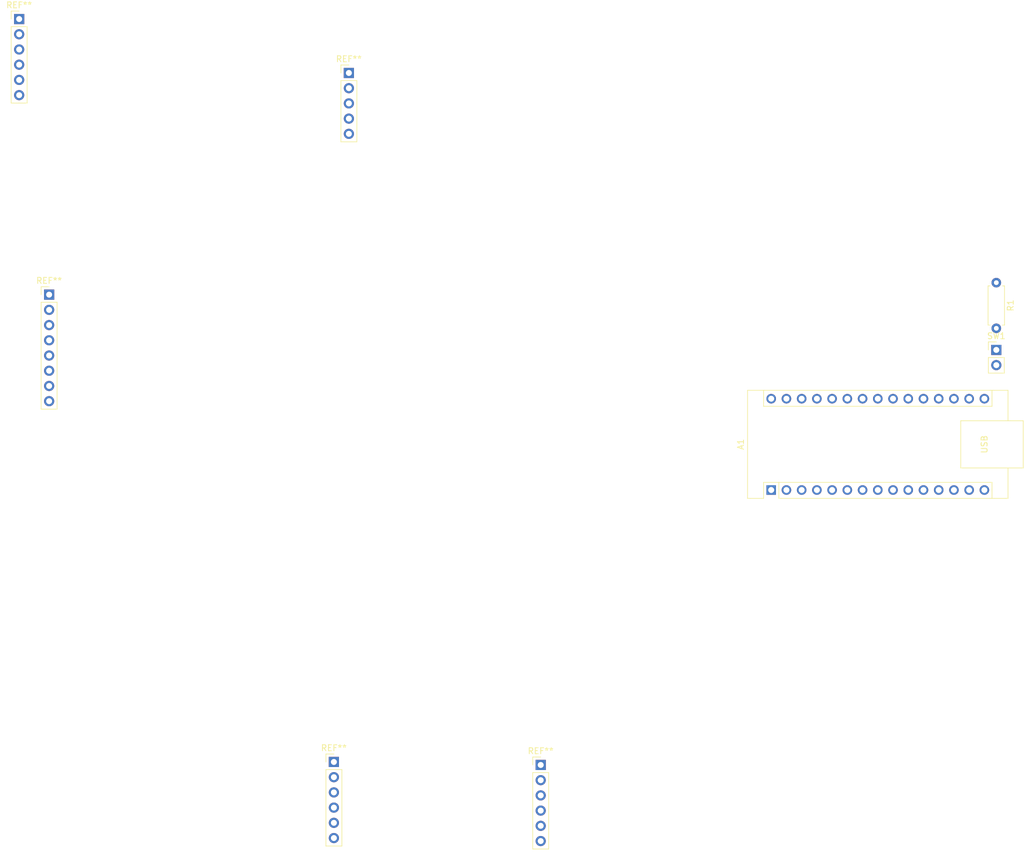
<source format=kicad_pcb>
(kicad_pcb (version 20211014) (generator pcbnew)
  (layers (0 "F.Cu" signal) (31 "B.Cu" signal) (34 "B.Paste" user) (35 "F.Paste" user) (36 "B.SilkS" user "B.Silkscreen") (37 "F.SilkS" user "F.Silkscreen") (38 "B.Mask" user) (39 "F.Mask" user) (44 "Edge.Cuts" user))
  (net 0 "")
  (net 4 "Earth")
  (net 5 "INTERRUPT")
  (net 6 "BUTTON")
  (net 13 "CS")
  (net 14 "MOSI")
  (net 15 "MISO")
  (net 16 "CLK")
  (net 17 "3.3v")
  (net 23 "SDA")
  (net 24 "SCL")
  (net 27 "5v")
  (footprint "Connector_PinHeader_2.54mm:PinHeader_1x06_P2.54mm_Vertical" (layer "F.Cu") (at 66 31)
    (fp_text reference "REF**" (at 0 -2.33) (layer "F.SilkS"))
    (fp_text value "SD Card")
    (fp_line (start -1.33 0) (end -1.33 -1.33) (layer "F.SilkS") (width 0.12))
    (fp_line (start 1.33 1.27) (end 1.33 14.03) (layer "F.SilkS") (width 0.12))
    (fp_line (start -1.33 1.27) (end -1.33 14.03) (layer "F.SilkS") (width 0.12))
    (fp_line (start -1.33 1.27) (end 1.33 1.27) (layer "F.SilkS") (width 0.12))
    (fp_line (start -1.33 14.03) (end 1.33 14.03) (layer "F.SilkS") (width 0.12))
    (fp_line (start -1.33 -1.33) (end 0 -1.33) (layer "F.SilkS") (width 0.12))
    (pad "1" thru_hole rect (at 0 0) (size 1.7 1.7) (drill 1) (layers *.Cu *.Mask))
    (pad "2" thru_hole oval (at 0 2.54) (size 1.7 1.7) (drill 1) (layers *.Cu *.Mask))
    (pad "3" thru_hole oval (at 0 5.08) (size 1.7 1.7) (drill 1) (layers *.Cu *.Mask))
    (pad "4" thru_hole oval (at 0 7.62) (size 1.7 1.7) (drill 1) (layers *.Cu *.Mask))
    (pad "5" thru_hole oval (at 0 10.16) (size 1.7 1.7) (drill 1) (layers *.Cu *.Mask))
    (pad "6" thru_hole oval (at 0 12.7) (size 1.7 1.7) (drill 1) (layers *.Cu *.Mask))
  )
  (footprint "Module:Arduino_Nano" (layer "F.Cu") (at 191.45 109.61 90)
    (fp_text reference "A1" (at 7.62 -5.08 90) (layer "F.SilkS"))
    (fp_text value "Arduino_Nano_v3.x")
    (fp_text user "USB" (at 7.62 35.56 90 unlocked) (layer "F.SilkS"))
    (fp_line (start 16.64 39.5) (end 11.56 39.5) (layer "F.SilkS") (width 0.12))
    (fp_line (start 1.27 1.27) (end 1.27 36.83) (layer "F.SilkS") (width 0.12))
    (fp_line (start -1.4 -3.94) (end -1.4 -1.27) (layer "F.SilkS") (width 0.12))
    (fp_line (start 3.68 42.04) (end 3.68 31.62) (layer "F.SilkS") (width 0.12))
    (fp_line (start 1.27 1.27) (end 1.27 -1.27) (layer "F.SilkS") (width 0.12))
    (fp_line (start 13.97 -1.27) (end 16.64 -1.27) (layer "F.SilkS") (width 0.12))
    (fp_line (start 13.97 -1.27) (end 13.97 36.83) (layer "F.SilkS") (width 0.12))
    (fp_line (start 11.56 31.62) (end 11.56 42.04) (layer "F.SilkS") (width 0.12))
    (fp_line (start 11.56 42.04) (end 3.68 42.04) (layer "F.SilkS") (width 0.12))
    (fp_line (start 1.27 36.83) (end -1.4 36.83) (layer "F.SilkS") (width 0.12))
    (fp_line (start 1.27 -1.27) (end -1.4 -1.27) (layer "F.SilkS") (width 0.12))
    (fp_line (start 1.27 1.27) (end -1.4 1.27) (layer "F.SilkS") (width 0.12))
    (fp_line (start 3.68 31.62) (end 11.56 31.62) (layer "F.SilkS") (width 0.12))
    (fp_line (start -1.4 1.27) (end -1.4 39.5) (layer "F.SilkS") (width 0.12))
    (fp_line (start 16.64 -3.94) (end -1.4 -3.94) (layer "F.SilkS") (width 0.12))
    (fp_line (start 13.97 36.83) (end 16.64 36.83) (layer "F.SilkS") (width 0.12))
    (fp_line (start -1.4 39.5) (end 3.68 39.5) (layer "F.SilkS") (width 0.12))
    (fp_line (start 16.64 39.5) (end 16.64 -3.94) (layer "F.SilkS") (width 0.12))
    (pad "1" thru_hole rect (at 0 0 90) (size 1.6 1.6) (drill 1) (layers *.Cu *.Mask))
    (pad "2" thru_hole oval (at 0 2.54 90) (size 1.6 1.6) (drill 1) (layers *.Cu *.Mask))
    (pad "3" thru_hole oval (at 0 5.08 90) (size 1.6 1.6) (drill 1) (layers *.Cu *.Mask))
    (pad "4" thru_hole oval (at 0 7.62 90) (size 1.6 1.6) (drill 1) (layers *.Cu *.Mask) (net 4 "Earth"))
    (pad "5" thru_hole oval (at 0 10.16 90) (size 1.6 1.6) (drill 1) (layers *.Cu *.Mask) (net 5 "INTERRUPT"))
    (pad "6" thru_hole oval (at 0 12.7 90) (size 1.6 1.6) (drill 1) (layers *.Cu *.Mask) (net 6 "BUTTON"))
    (pad "7" thru_hole oval (at 0 15.24 90) (size 1.6 1.6) (drill 1) (layers *.Cu *.Mask))
    (pad "8" thru_hole oval (at 0 17.78 90) (size 1.6 1.6) (drill 1) (layers *.Cu *.Mask))
    (pad "9" thru_hole oval (at 0 20.32 90) (size 1.6 1.6) (drill 1) (layers *.Cu *.Mask))
    (pad "10" thru_hole oval (at 0 22.86 90) (size 1.6 1.6) (drill 1) (layers *.Cu *.Mask))
    (pad "11" thru_hole oval (at 0 25.4 90) (size 1.6 1.6) (drill 1) (layers *.Cu *.Mask))
    (pad "12" thru_hole oval (at 0 27.94 90) (size 1.6 1.6) (drill 1) (layers *.Cu *.Mask))
    (pad "13" thru_hole oval (at 0 30.48 90) (size 1.6 1.6) (drill 1) (layers *.Cu *.Mask) (net 13 "CS"))
    (pad "14" thru_hole oval (at 0 33.02 90) (size 1.6 1.6) (drill 1) (layers *.Cu *.Mask) (net 14 "MOSI"))
    (pad "15" thru_hole oval (at 0 35.56 90) (size 1.6 1.6) (drill 1) (layers *.Cu *.Mask) (net 15 "MISO"))
    (pad "16" thru_hole oval (at 15.24 35.56 90) (size 1.6 1.6) (drill 1) (layers *.Cu *.Mask) (net 16 "CLK"))
    (pad "17" thru_hole oval (at 15.24 33.02 90) (size 1.6 1.6) (drill 1) (layers *.Cu *.Mask) (net 17 "3.3v"))
    (pad "18" thru_hole oval (at 15.24 30.48 90) (size 1.6 1.6) (drill 1) (layers *.Cu *.Mask))
    (pad "19" thru_hole oval (at 15.24 27.94 90) (size 1.6 1.6) (drill 1) (layers *.Cu *.Mask))
    (pad "20" thru_hole oval (at 15.24 25.4 90) (size 1.6 1.6) (drill 1) (layers *.Cu *.Mask))
    (pad "21" thru_hole oval (at 15.24 22.86 90) (size 1.6 1.6) (drill 1) (layers *.Cu *.Mask))
    (pad "22" thru_hole oval (at 15.24 20.32 90) (size 1.6 1.6) (drill 1) (layers *.Cu *.Mask))
    (pad "23" thru_hole oval (at 15.24 17.78 90) (size 1.6 1.6) (drill 1) (layers *.Cu *.Mask) (net 23 "SDA"))
    (pad "24" thru_hole oval (at 15.24 15.24 90) (size 1.6 1.6) (drill 1) (layers *.Cu *.Mask) (net 24 "SCL"))
    (pad "25" thru_hole oval (at 15.24 12.7 90) (size 1.6 1.6) (drill 1) (layers *.Cu *.Mask))
    (pad "26" thru_hole oval (at 15.24 10.16 90) (size 1.6 1.6) (drill 1) (layers *.Cu *.Mask))
    (pad "27" thru_hole oval (at 15.24 7.62 90) (size 1.6 1.6) (drill 1) (layers *.Cu *.Mask) (net 27 "5v"))
    (pad "28" thru_hole oval (at 15.24 5.08 90) (size 1.6 1.6) (drill 1) (layers *.Cu *.Mask))
    (pad "29" thru_hole oval (at 15.24 2.54 90) (size 1.6 1.6) (drill 1) (layers *.Cu *.Mask) (net 4 "Earth"))
    (pad "30" thru_hole oval (at 15.24 0 90) (size 1.6 1.6) (drill 1) (layers *.Cu *.Mask))
  )
  (footprint "Connector_PinHeader_2.54mm:PinHeader_1x02_P2.54mm_Vertical" (layer "F.Cu") (at 229 86.225)
    (fp_text reference "SW1" (at 0 -2.33) (layer "F.SilkS"))
    (fp_text value "SW_Push")
    (fp_line (start -1.33 1.27) (end 1.33 1.27) (layer "F.SilkS") (width 0.12))
    (fp_line (start -1.33 3.87) (end 1.33 3.87) (layer "F.SilkS") (width 0.12))
    (fp_line (start -1.33 -1.33) (end 0 -1.33) (layer "F.SilkS") (width 0.12))
    (fp_line (start -1.33 0) (end -1.33 -1.33) (layer "F.SilkS") (width 0.12))
    (fp_line (start -1.33 1.27) (end -1.33 3.87) (layer "F.SilkS") (width 0.12))
    (fp_line (start 1.33 1.27) (end 1.33 3.87) (layer "F.SilkS") (width 0.12))
    (pad "1" thru_hole rect (at 0 0) (size 1.7 1.7) (drill 1) (layers *.Cu *.Mask) (net 6 "BUTTON"))
    (pad "2" thru_hole oval (at 0 2.54) (size 1.7 1.7) (drill 1) (layers *.Cu *.Mask) (net 27 "5v"))
  )
  (footprint "Connector_PinHeader_2.54mm:PinHeader_1x08_P2.54mm_Vertical" (layer "F.Cu") (at 71 77)
    (fp_text reference "REF**" (at 0 -2.33) (layer "F.SilkS"))
    (fp_text value "IMU")
    (fp_line (start -1.33 19.11) (end 1.33 19.11) (layer "F.SilkS") (width 0.12))
    (fp_line (start -1.33 0) (end -1.33 -1.33) (layer "F.SilkS") (width 0.12))
    (fp_line (start -1.33 1.27) (end -1.33 19.11) (layer "F.SilkS") (width 0.12))
    (fp_line (start -1.33 -1.33) (end 0 -1.33) (layer "F.SilkS") (width 0.12))
    (fp_line (start -1.33 1.27) (end 1.33 1.27) (layer "F.SilkS") (width 0.12))
    (fp_line (start 1.33 1.27) (end 1.33 19.11) (layer "F.SilkS") (width 0.12))
    (pad "1" thru_hole rect (at 0 0) (size 1.7 1.7) (drill 1) (layers *.Cu *.Mask))
    (pad "2" thru_hole oval (at 0 2.54) (size 1.7 1.7) (drill 1) (layers *.Cu *.Mask))
    (pad "3" thru_hole oval (at 0 5.08) (size 1.7 1.7) (drill 1) (layers *.Cu *.Mask))
    (pad "4" thru_hole oval (at 0 7.62) (size 1.7 1.7) (drill 1) (layers *.Cu *.Mask))
    (pad "5" thru_hole oval (at 0 10.16) (size 1.7 1.7) (drill 1) (layers *.Cu *.Mask))
    (pad "6" thru_hole oval (at 0 12.7) (size 1.7 1.7) (drill 1) (layers *.Cu *.Mask))
    (pad "7" thru_hole oval (at 0 15.24) (size 1.7 1.7) (drill 1) (layers *.Cu *.Mask))
    (pad "8" thru_hole oval (at 0 17.78) (size 1.7 1.7) (drill 1) (layers *.Cu *.Mask))
  )
  (footprint "Connector_PinHeader_2.54mm:PinHeader_1x06_P2.54mm_Vertical" (layer "F.Cu") (at 153 155.5)
    (fp_text reference "REF**" (at 0 -2.33) (layer "F.SilkS"))
    (fp_text value "GPS")
    (fp_line (start -1.33 -1.33) (end 0 -1.33) (layer "F.SilkS") (width 0.12))
    (fp_line (start -1.33 1.27) (end 1.33 1.27) (layer "F.SilkS") (width 0.12))
    (fp_line (start -1.33 0) (end -1.33 -1.33) (layer "F.SilkS") (width 0.12))
    (fp_line (start -1.33 1.27) (end -1.33 14.03) (layer "F.SilkS") (width 0.12))
    (fp_line (start -1.33 14.03) (end 1.33 14.03) (layer "F.SilkS") (width 0.12))
    (fp_line (start 1.33 1.27) (end 1.33 14.03) (layer "F.SilkS") (width 0.12))
    (pad "1" thru_hole rect (at 0 0) (size 1.7 1.7) (drill 1) (layers *.Cu *.Mask))
    (pad "2" thru_hole oval (at 0 2.54) (size 1.7 1.7) (drill 1) (layers *.Cu *.Mask))
    (pad "3" thru_hole oval (at 0 5.08) (size 1.7 1.7) (drill 1) (layers *.Cu *.Mask))
    (pad "4" thru_hole oval (at 0 7.62) (size 1.7 1.7) (drill 1) (layers *.Cu *.Mask))
    (pad "5" thru_hole oval (at 0 10.16) (size 1.7 1.7) (drill 1) (layers *.Cu *.Mask))
    (pad "6" thru_hole oval (at 0 12.7) (size 1.7 1.7) (drill 1) (layers *.Cu *.Mask))
  )
  (footprint "Connector_PinHeader_2.54mm:PinHeader_1x06_P2.54mm_Vertical" (layer "F.Cu") (at 118.5 155)
    (fp_text reference "REF**" (at 0 -2.33) (layer "F.SilkS"))
    (fp_text value "GPS")
    (fp_line (start -1.33 1.27) (end -1.33 14.03) (layer "F.SilkS") (width 0.12))
    (fp_line (start 1.33 1.27) (end 1.33 14.03) (layer "F.SilkS") (width 0.12))
    (fp_line (start -1.33 14.03) (end 1.33 14.03) (layer "F.SilkS") (width 0.12))
    (fp_line (start -1.33 1.27) (end 1.33 1.27) (layer "F.SilkS") (width 0.12))
    (fp_line (start -1.33 0) (end -1.33 -1.33) (layer "F.SilkS") (width 0.12))
    (fp_line (start -1.33 -1.33) (end 0 -1.33) (layer "F.SilkS") (width 0.12))
    (pad "1" thru_hole rect (at 0 0) (size 1.7 1.7) (drill 1) (layers *.Cu *.Mask))
    (pad "2" thru_hole oval (at 0 2.54) (size 1.7 1.7) (drill 1) (layers *.Cu *.Mask))
    (pad "3" thru_hole oval (at 0 5.08) (size 1.7 1.7) (drill 1) (layers *.Cu *.Mask))
    (pad "4" thru_hole oval (at 0 7.62) (size 1.7 1.7) (drill 1) (layers *.Cu *.Mask))
    (pad "5" thru_hole oval (at 0 10.16) (size 1.7 1.7) (drill 1) (layers *.Cu *.Mask))
    (pad "6" thru_hole oval (at 0 12.7) (size 1.7 1.7) (drill 1) (layers *.Cu *.Mask))
  )
  (footprint "Connector_PinHeader_2.54mm:PinHeader_1x05_P2.54mm_Vertical" (layer "F.Cu") (at 121 40)
    (fp_text reference "REF**" (at 0 -2.33) (layer "F.SilkS"))
    (fp_text value "RTC")
    (fp_line (start -1.33 1.27) (end 1.33 1.27) (layer "F.SilkS") (width 0.12))
    (fp_line (start -1.33 0) (end -1.33 -1.33) (layer "F.SilkS") (width 0.12))
    (fp_line (start 1.33 1.27) (end 1.33 11.49) (layer "F.SilkS") (width 0.12))
    (fp_line (start -1.33 11.49) (end 1.33 11.49) (layer "F.SilkS") (width 0.12))
    (fp_line (start -1.33 1.27) (end -1.33 11.49) (layer "F.SilkS") (width 0.12))
    (fp_line (start -1.33 -1.33) (end 0 -1.33) (layer "F.SilkS") (width 0.12))
    (pad "1" thru_hole rect (at 0 0) (size 1.7 1.7) (drill 1) (layers *.Cu *.Mask))
    (pad "2" thru_hole oval (at 0 2.54) (size 1.7 1.7) (drill 1) (layers *.Cu *.Mask))
    (pad "3" thru_hole oval (at 0 5.08) (size 1.7 1.7) (drill 1) (layers *.Cu *.Mask))
    (pad "4" thru_hole oval (at 0 7.62) (size 1.7 1.7) (drill 1) (layers *.Cu *.Mask))
    (pad "5" thru_hole oval (at 0 10.16) (size 1.7 1.7) (drill 1) (layers *.Cu *.Mask))
  )
  (footprint "Resistor_THT:R_Axial_DIN0207_L6.3mm_D2.5mm_P7.62mm_Horizontal" (layer "F.Cu") (at 229 75 -90)
    (fp_text reference "R1" (at 3.81 -2.37 90) (layer "F.SilkS"))
    (fp_text value "R")
    (fp_line (start 0.54 1.37) (end 7.08 1.37) (layer "F.SilkS") (width 0.12))
    (fp_line (start 7.08 1.37) (end 7.08 1.04) (layer "F.SilkS") (width 0.12))
    (fp_line (start 0.54 -1.37) (end 7.08 -1.37) (layer "F.SilkS") (width 0.12))
    (fp_line (start 0.54 -1.04) (end 0.54 -1.37) (layer "F.SilkS") (width 0.12))
    (fp_line (start 7.08 -1.37) (end 7.08 -1.04) (layer "F.SilkS") (width 0.12))
    (fp_line (start 0.54 1.04) (end 0.54 1.37) (layer "F.SilkS") (width 0.12))
    (pad "1" thru_hole circle (at 0 0 270) (size 1.6 1.6) (drill 0.8) (layers *.Cu *.Mask) (net 4 "Earth"))
    (pad "2" thru_hole oval (at 7.62 0 270) (size 1.6 1.6) (drill 0.8) (layers *.Cu *.Mask) (net 6 "BUTTON"))
  )
)
</source>
